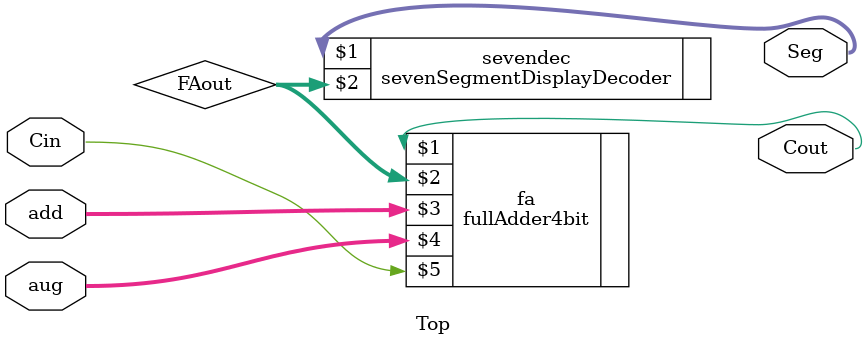
<source format=v>
/* 模組名稱：Top Module with 7-segment decoder
   著作權宣告：copyright 2012 林博仁(pika1021@gmail.com)
   */
`timescale 1ns / 100ps
`include "Source_code/fullAdder4bit/fullAdder4bit.v"
`include "Source_code/sevenSegmentDisplayDecoder/sevenSegmentDisplayDecoder.v"

module Top(Cout, Seg, add, aug, Cin);
  input Cin;
  input [3:0]add, aug;
  output Cout;
  output [7:0]Seg;
  wire [3:0]FAout;
  fullAdder4bit
    fa(Cout, FAout, add, aug, Cin);
  sevenSegmentDisplayDecoder
    sevendec(Seg, FAout);

endmodule

</source>
